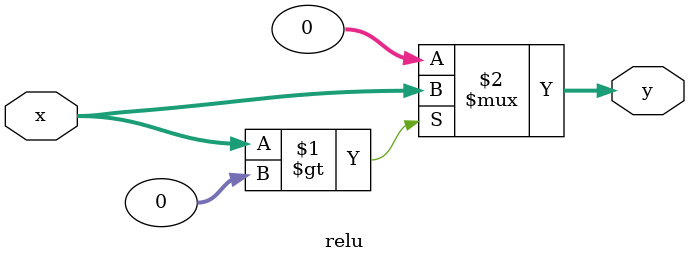
<source format=v>

module relu(
    input [31:0] x, 
    output [31:0] y);

    assign y = ($signed(x) > 0) ? x : 32'h0000_0000;

endmodule

</source>
